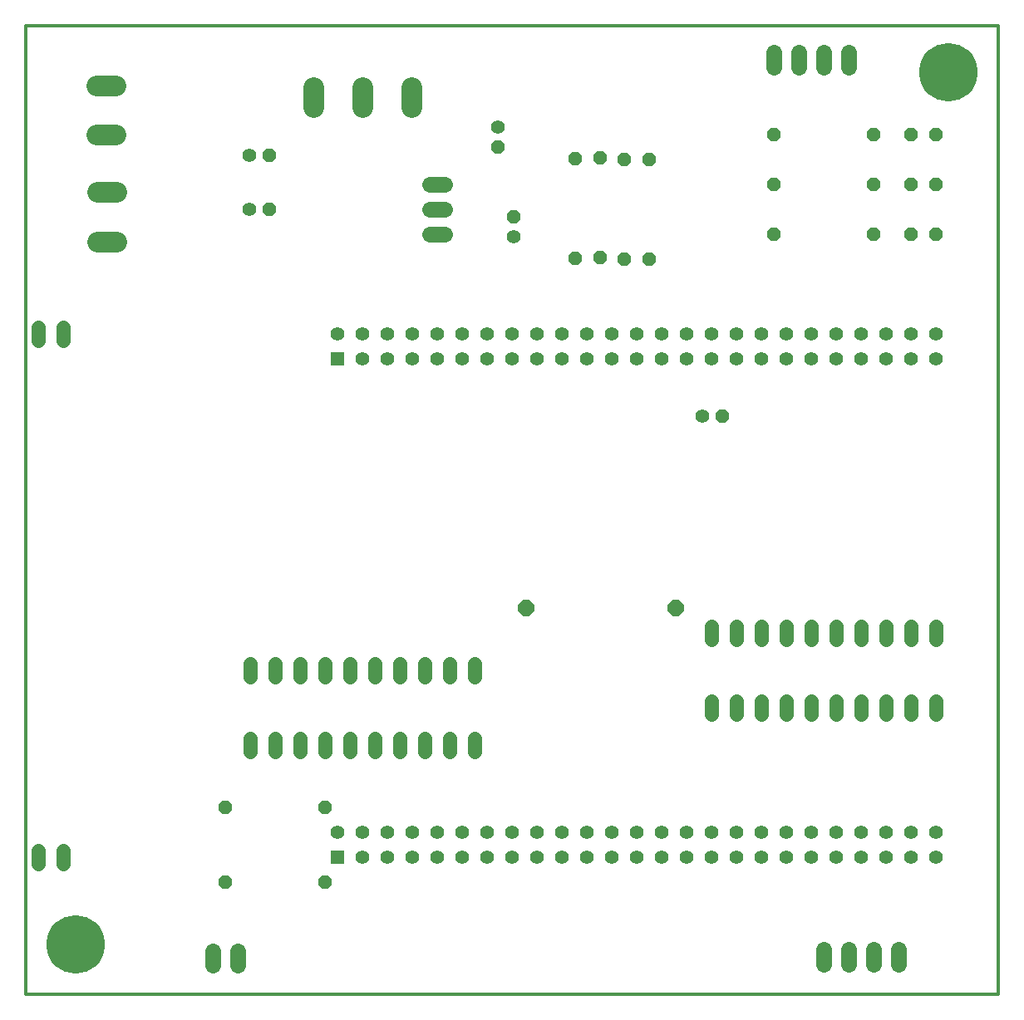
<source format=gts>
G75*
G70*
%OFA0B0*%
%FSLAX24Y24*%
%IPPOS*%
%LPD*%
%AMOC8*
5,1,8,0,0,1.08239X$1,22.5*
%
%ADD10C,0.0120*%
%ADD11C,0.0560*%
%ADD12R,0.0555X0.0555*%
%ADD13C,0.0555*%
%ADD14C,0.0555*%
%ADD15C,0.0820*%
%ADD16C,0.0640*%
%ADD17OC8,0.0560*%
%ADD18C,0.0560*%
%ADD19OC8,0.0640*%
%ADD20C,0.0634*%
%ADD21C,0.2340*%
D10*
X001767Y017570D02*
X001767Y056440D01*
X040759Y056440D01*
X040759Y017570D01*
X001767Y017570D01*
D11*
X010767Y027310D02*
X010767Y027830D01*
X011767Y027830D02*
X011767Y027310D01*
X012767Y027310D02*
X012767Y027830D01*
X013767Y027830D02*
X013767Y027310D01*
X014767Y027310D02*
X014767Y027830D01*
X015767Y027830D02*
X015767Y027310D01*
X016767Y027310D02*
X016767Y027830D01*
X017767Y027830D02*
X017767Y027310D01*
X018767Y027310D02*
X018767Y027830D01*
X019767Y027830D02*
X019767Y027310D01*
X019767Y030310D02*
X019767Y030830D01*
X018767Y030830D02*
X018767Y030310D01*
X017767Y030310D02*
X017767Y030830D01*
X016767Y030830D02*
X016767Y030310D01*
X015767Y030310D02*
X015767Y030830D01*
X014767Y030830D02*
X014767Y030310D01*
X013767Y030310D02*
X013767Y030830D01*
X012767Y030830D02*
X012767Y030310D01*
X011767Y030310D02*
X011767Y030830D01*
X010767Y030830D02*
X010767Y030310D01*
X029267Y029330D02*
X029267Y028810D01*
X030267Y028810D02*
X030267Y029330D01*
X031267Y029330D02*
X031267Y028810D01*
X032267Y028810D02*
X032267Y029330D01*
X033267Y029330D02*
X033267Y028810D01*
X034267Y028810D02*
X034267Y029330D01*
X035267Y029330D02*
X035267Y028810D01*
X036267Y028810D02*
X036267Y029330D01*
X037267Y029330D02*
X037267Y028810D01*
X038267Y028810D02*
X038267Y029330D01*
X038267Y031810D02*
X038267Y032330D01*
X037267Y032330D02*
X037267Y031810D01*
X036267Y031810D02*
X036267Y032330D01*
X035267Y032330D02*
X035267Y031810D01*
X034267Y031810D02*
X034267Y032330D01*
X033267Y032330D02*
X033267Y031810D01*
X032267Y031810D02*
X032267Y032330D01*
X031267Y032330D02*
X031267Y031810D01*
X030267Y031810D02*
X030267Y032330D01*
X029267Y032330D02*
X029267Y031810D01*
D12*
X014267Y023070D03*
X014267Y043070D03*
D13*
X015267Y043070D03*
X016267Y043070D03*
X017267Y043070D03*
X018267Y043070D03*
X019267Y043070D03*
X020267Y043070D03*
X021267Y043070D03*
X022267Y043070D03*
X023267Y043070D03*
X024267Y043070D03*
X025267Y043070D03*
X026267Y043070D03*
X027267Y043070D03*
X028267Y043070D03*
X029267Y043070D03*
X030267Y043070D03*
X031267Y043070D03*
X032267Y043070D03*
X033267Y043070D03*
X034267Y043070D03*
X035267Y043070D03*
X036267Y043070D03*
X037267Y043070D03*
X038267Y043070D03*
X038267Y044070D03*
X037267Y044070D03*
X036267Y044070D03*
X035267Y044070D03*
X034267Y044070D03*
X033267Y044070D03*
X032267Y044070D03*
X031267Y044070D03*
X030267Y044070D03*
X029267Y044070D03*
X028267Y044070D03*
X027267Y044070D03*
X026267Y044070D03*
X025267Y044070D03*
X024267Y044070D03*
X023267Y044070D03*
X022267Y044070D03*
X021267Y044070D03*
X020267Y044070D03*
X019267Y044070D03*
X018267Y044070D03*
X017267Y044070D03*
X016267Y044070D03*
X015267Y044070D03*
X014267Y044070D03*
X014267Y024070D03*
X015267Y024070D03*
X016267Y024070D03*
X017267Y024070D03*
X018267Y024070D03*
X019267Y024070D03*
X020267Y024070D03*
X021267Y024070D03*
X022267Y024070D03*
X023267Y024070D03*
X024267Y024070D03*
X025267Y024070D03*
X026267Y024070D03*
X027267Y024070D03*
X028267Y024070D03*
X029267Y024070D03*
X030267Y024070D03*
X031267Y024070D03*
X032267Y024070D03*
X033267Y024070D03*
X034267Y024070D03*
X035267Y024070D03*
X036267Y024070D03*
X037267Y024070D03*
X038267Y024070D03*
X038267Y023070D03*
X037267Y023070D03*
X036267Y023070D03*
X035267Y023070D03*
X034267Y023070D03*
X033267Y023070D03*
X032267Y023070D03*
X031267Y023070D03*
X030267Y023070D03*
X029267Y023070D03*
X028267Y023070D03*
X027267Y023070D03*
X026267Y023070D03*
X025267Y023070D03*
X024267Y023070D03*
X023267Y023070D03*
X022267Y023070D03*
X021267Y023070D03*
X020267Y023070D03*
X019267Y023070D03*
X018267Y023070D03*
X017267Y023070D03*
X016267Y023070D03*
X015267Y023070D03*
D14*
X003267Y022812D02*
X003267Y023327D01*
X002267Y023327D02*
X002267Y022812D01*
X002267Y043812D02*
X002267Y044327D01*
X003267Y044327D02*
X003267Y043812D01*
D15*
X004614Y047780D02*
X005394Y047780D01*
X005394Y049760D02*
X004614Y049760D01*
X004589Y052067D02*
X005369Y052067D01*
X005369Y054047D02*
X004589Y054047D01*
X013297Y053960D02*
X013297Y053180D01*
X015267Y053180D02*
X015267Y053960D01*
X017237Y053960D02*
X017237Y053180D01*
D16*
X017967Y050070D02*
X018567Y050070D01*
X018567Y049070D02*
X017967Y049070D01*
X017967Y048070D02*
X018567Y048070D01*
X031767Y054770D02*
X031767Y055370D01*
X032767Y055370D02*
X032767Y054770D01*
X033767Y054770D02*
X033767Y055370D01*
X034767Y055370D02*
X034767Y054770D01*
X034767Y019370D02*
X034767Y018770D01*
X033767Y018770D02*
X033767Y019370D01*
X035767Y019370D02*
X035767Y018770D01*
X036767Y018770D02*
X036767Y019370D01*
D17*
X013767Y022070D03*
X013767Y025057D03*
X009767Y025057D03*
X009767Y022070D03*
X029704Y040757D03*
X026767Y047070D03*
X025767Y047070D03*
X024792Y047120D03*
X023779Y047107D03*
X021329Y048782D03*
X020704Y051582D03*
X023779Y051107D03*
X024792Y051120D03*
X025767Y051070D03*
X026767Y051070D03*
X031767Y052070D03*
X031767Y050070D03*
X031767Y048070D03*
X035767Y048070D03*
X037267Y048070D03*
X038267Y048070D03*
X038267Y050070D03*
X037267Y050070D03*
X035767Y050070D03*
X035767Y052070D03*
X037267Y052070D03*
X038267Y052070D03*
X011517Y051220D03*
X011517Y049057D03*
D18*
X010717Y049057D03*
X010717Y051220D03*
X020704Y052382D03*
X021329Y047982D03*
X028904Y040757D03*
D19*
X027842Y033070D03*
X021842Y033070D03*
D20*
X010267Y019317D02*
X010267Y018723D01*
X009267Y018723D02*
X009267Y019317D01*
D21*
X003767Y019570D03*
X038767Y054570D03*
M02*

</source>
